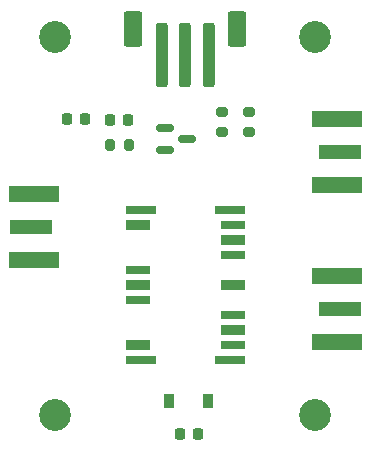
<source format=gbr>
%TF.GenerationSoftware,KiCad,Pcbnew,(6.0.0)*%
%TF.CreationDate,2022-01-16T13:33:15+00:00*%
%TF.ProjectId,Relay_RF,52656c61-795f-4524-962e-6b696361645f,rev?*%
%TF.SameCoordinates,Original*%
%TF.FileFunction,Soldermask,Top*%
%TF.FilePolarity,Negative*%
%FSLAX46Y46*%
G04 Gerber Fmt 4.6, Leading zero omitted, Abs format (unit mm)*
G04 Created by KiCad (PCBNEW (6.0.0)) date 2022-01-16 13:33:15*
%MOMM*%
%LPD*%
G01*
G04 APERTURE LIST*
G04 Aperture macros list*
%AMRoundRect*
0 Rectangle with rounded corners*
0 $1 Rounding radius*
0 $2 $3 $4 $5 $6 $7 $8 $9 X,Y pos of 4 corners*
0 Add a 4 corners polygon primitive as box body*
4,1,4,$2,$3,$4,$5,$6,$7,$8,$9,$2,$3,0*
0 Add four circle primitives for the rounded corners*
1,1,$1+$1,$2,$3*
1,1,$1+$1,$4,$5*
1,1,$1+$1,$6,$7*
1,1,$1+$1,$8,$9*
0 Add four rect primitives between the rounded corners*
20,1,$1+$1,$2,$3,$4,$5,0*
20,1,$1+$1,$4,$5,$6,$7,0*
20,1,$1+$1,$6,$7,$8,$9,0*
20,1,$1+$1,$8,$9,$2,$3,0*%
G04 Aperture macros list end*
%ADD10C,2.700000*%
%ADD11R,3.600000X1.270000*%
%ADD12R,4.200000X1.350000*%
%ADD13RoundRect,0.200000X0.200000X0.275000X-0.200000X0.275000X-0.200000X-0.275000X0.200000X-0.275000X0*%
%ADD14R,2.500000X0.700000*%
%ADD15R,2.000000X0.900000*%
%ADD16R,2.000000X0.700000*%
%ADD17RoundRect,0.200000X0.275000X-0.200000X0.275000X0.200000X-0.275000X0.200000X-0.275000X-0.200000X0*%
%ADD18RoundRect,0.225000X0.225000X0.250000X-0.225000X0.250000X-0.225000X-0.250000X0.225000X-0.250000X0*%
%ADD19RoundRect,0.200000X-0.275000X0.200000X-0.275000X-0.200000X0.275000X-0.200000X0.275000X0.200000X0*%
%ADD20RoundRect,0.250000X-0.250000X-2.500000X0.250000X-2.500000X0.250000X2.500000X-0.250000X2.500000X0*%
%ADD21RoundRect,0.250000X-0.550000X-1.250000X0.550000X-1.250000X0.550000X1.250000X-0.550000X1.250000X0*%
%ADD22R,0.900000X1.200000*%
%ADD23RoundRect,0.218750X-0.218750X-0.256250X0.218750X-0.256250X0.218750X0.256250X-0.218750X0.256250X0*%
%ADD24RoundRect,0.150000X-0.587500X-0.150000X0.587500X-0.150000X0.587500X0.150000X-0.587500X0.150000X0*%
G04 APERTURE END LIST*
D10*
%TO.C,H1*%
X104000000Y-104000000D03*
%TD*%
D11*
%TO.C,J2*%
X101950000Y-120050000D03*
D12*
X102150000Y-122875000D03*
X102150000Y-117225000D03*
%TD*%
D13*
%TO.C,R2*%
X110225000Y-113100000D03*
X108575000Y-113100000D03*
%TD*%
D14*
%TO.C,K1*%
X111250000Y-118650000D03*
D15*
X111000000Y-119920000D03*
D16*
X111000000Y-123730000D03*
D15*
X111000000Y-125000000D03*
D16*
X111000000Y-126270000D03*
D15*
X111000000Y-130080000D03*
D14*
X111250000Y-131350000D03*
X118750000Y-131350000D03*
D16*
X119000000Y-130080000D03*
D15*
X119000000Y-128810000D03*
D16*
X119000000Y-127540000D03*
D15*
X119000000Y-125000000D03*
D16*
X119000000Y-122460000D03*
D15*
X119000000Y-121190000D03*
D16*
X119000000Y-119920000D03*
D14*
X118750000Y-118650000D03*
%TD*%
D17*
%TO.C,R1*%
X120400000Y-111975000D03*
X120400000Y-110325000D03*
%TD*%
D18*
%TO.C,C2*%
X116075000Y-137550000D03*
X114525000Y-137550000D03*
%TD*%
D19*
%TO.C,R3*%
X118100000Y-110325000D03*
X118100000Y-111975000D03*
%TD*%
D18*
%TO.C,C1*%
X106500000Y-110900000D03*
X104950000Y-110900000D03*
%TD*%
D10*
%TO.C,H4*%
X126000000Y-136000000D03*
%TD*%
%TO.C,H2*%
X104000000Y-136000000D03*
%TD*%
D20*
%TO.C,J1*%
X113000000Y-105500000D03*
X115000000Y-105500000D03*
X117000000Y-105500000D03*
D21*
X119400000Y-103250000D03*
X110600000Y-103250000D03*
%TD*%
D11*
%TO.C,J4*%
X128050000Y-127000000D03*
D12*
X127850000Y-124175000D03*
X127850000Y-129825000D03*
%TD*%
D22*
%TO.C,D1*%
X113650000Y-134750000D03*
X116950000Y-134750000D03*
%TD*%
D23*
%TO.C,D2*%
X108575000Y-111000000D03*
X110150000Y-111000000D03*
%TD*%
D24*
%TO.C,Q1*%
X113262500Y-111650000D03*
X113262500Y-113550000D03*
X115137500Y-112600000D03*
%TD*%
D10*
%TO.C,H3*%
X126000000Y-104000000D03*
%TD*%
D11*
%TO.C,J3*%
X128050000Y-113700000D03*
D12*
X127850000Y-110875000D03*
X127850000Y-116525000D03*
%TD*%
M02*

</source>
